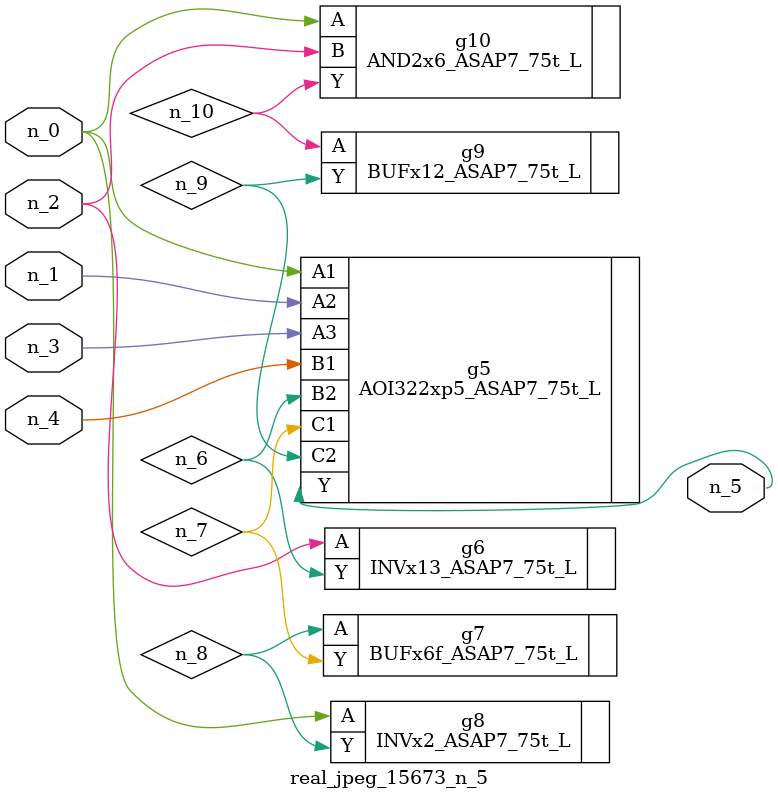
<source format=v>
module real_jpeg_15673_n_5 (n_4, n_0, n_1, n_2, n_3, n_5);

input n_4;
input n_0;
input n_1;
input n_2;
input n_3;

output n_5;

wire n_8;
wire n_6;
wire n_7;
wire n_10;
wire n_9;

AOI322xp5_ASAP7_75t_L g5 ( 
.A1(n_0),
.A2(n_1),
.A3(n_3),
.B1(n_4),
.B2(n_6),
.C1(n_7),
.C2(n_9),
.Y(n_5)
);

INVx2_ASAP7_75t_L g8 ( 
.A(n_0),
.Y(n_8)
);

AND2x6_ASAP7_75t_L g10 ( 
.A(n_0),
.B(n_2),
.Y(n_10)
);

INVx13_ASAP7_75t_L g6 ( 
.A(n_2),
.Y(n_6)
);

BUFx6f_ASAP7_75t_L g7 ( 
.A(n_8),
.Y(n_7)
);

BUFx12_ASAP7_75t_L g9 ( 
.A(n_10),
.Y(n_9)
);


endmodule
</source>
